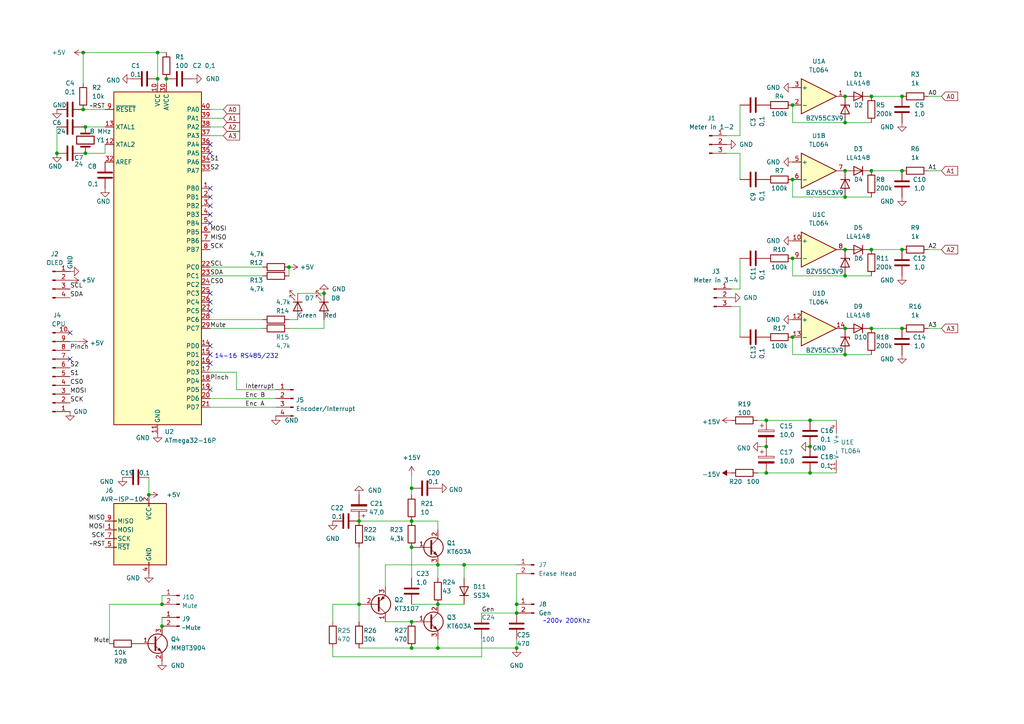
<source format=kicad_sch>
(kicad_sch (version 20211123) (generator eeschema)
  (paper "A4")
  (lib_symbols
    (symbol "Amplifier_Operational:TL064" (pin_names (offset 0.127))
      (property "Reference" "U" (at 0 5.08 0))
      (property "Value" "TL064" (at 0 -5.08 0))
      (symbol "TL064_1_1"
        (pin output line (at 7.62 0 180) (length 2.54) (name "~") (number "1"))
        (pin input line (at -7.62 -2.54 0) (length 2.54) (name "-") (number "2"))
        (pin input line (at -7.62 2.54 0) (length 2.54) (name "+") (number "3"))
      )
      (symbol "TL064_2_1"
        (pin input line (at -7.62 2.54 0) (length 2.54) (name "+") (number "5"))
        (pin input line (at -7.62 -2.54 0) (length 2.54) (name "-") (number "6"))
        (pin output line (at 7.62 0 180) (length 2.54) (name "~") (number "7"))
      )
      (symbol "TL064_3_1"
        (pin input line (at -7.62 2.54 0) (length 2.54) (name "+") (number "10"))
        (pin output line (at 7.62 0 180) (length 2.54) (name "~") (number "8"))
        (pin input line (at -7.62 -2.54 0) (length 2.54) (name "-") (number "9"))
      )
      (symbol "TL064_4_1"
        (pin input line (at -7.62 2.54 0) (length 2.54) (name "+") (number "12"))
        (pin input line (at -7.62 -2.54 0) (length 2.54) (name "-") (number "13"))
        (pin output line (at 7.62 0 180) (length 2.54) (name "~") (number "14"))
      )
      (symbol "TL064_5_1"
        (pin power_in line (at -2.54 -7.62 90) (length 3.81) (name "V-") (number "11"))
        (pin power_in line (at -2.54 7.62 270) (length 3.81) (name "V+") (number "4"))
      )
    )
    (symbol "Connector:AVR-ISP-10" (pin_names (offset 1.016))
      (property "Reference" "J" (at -6.35 11.43 0))
      (property "Value" "AVR-ISP-10" (at 0 11.43 0))
      (symbol "AVR-ISP-10_1_1"
        (pin passive line (at 10.16 2.54 180) (length 2.54) (name "MOSI") (number "1"))
        (pin passive line (at -2.54 -10.16 90) (length 2.54) hide (name "GND") (number "10"))
        (pin passive line (at -2.54 12.7 270) (length 2.54) (name "VCC") (number "2"))
        (pin no_connect line (at 7.62 -5.08 180) (length 2.54) hide (name "NC") (number "3"))
        (pin passive line (at -2.54 -10.16 90) (length 2.54) (name "GND") (number "4"))
        (pin passive line (at 10.16 -2.54 180) (length 2.54) (name "~{RST}") (number "5"))
        (pin passive line (at -2.54 -10.16 90) (length 2.54) hide (name "GND") (number "6"))
        (pin passive line (at 10.16 0 180) (length 2.54) (name "SCK") (number "7"))
        (pin passive line (at -2.54 -10.16 90) (length 2.54) hide (name "GND") (number "8"))
        (pin passive line (at 10.16 5.08 180) (length 2.54) (name "MISO") (number "9"))
      )
    )
    (symbol "Connector:Conn_01x02_Male" (pin_names (offset 1.016) hide)
      (property "Reference" "J" (at 0 2.54 0))
      (property "Value" "Conn_01x02_Male" (at 0 -5.08 0))
      (symbol "Conn_01x02_Male_1_1"
        (pin passive line (at 5.08 0 180) (length 3.81) (name "Pin_1") (number "1"))
        (pin passive line (at 5.08 -2.54 180) (length 3.81) (name "Pin_2") (number "2"))
      )
    )
    (symbol "Connector:Conn_01x03_Male" (pin_names (offset 1.016) hide)
      (property "Reference" "J" (at 0 5.08 0))
      (property "Value" "Conn_01x03_Male" (at 0 -5.08 0))
      (symbol "Conn_01x03_Male_1_1"
        (pin passive line (at 5.08 2.54 180) (length 3.81) (name "Pin_1") (number "1"))
        (pin passive line (at 5.08 0 180) (length 3.81) (name "Pin_2") (number "2"))
        (pin passive line (at 5.08 -2.54 180) (length 3.81) (name "Pin_3") (number "3"))
      )
    )
    (symbol "Connector:Conn_01x04_Male" (pin_names (offset 1.016) hide)
      (property "Reference" "J" (at 0 5.08 0))
      (property "Value" "Conn_01x04_Male" (at 0 -7.62 0))
      (symbol "Conn_01x04_Male_1_1"
        (pin passive line (at 5.08 2.54 180) (length 3.81) (name "Pin_1") (number "1"))
        (pin passive line (at 5.08 0 180) (length 3.81) (name "Pin_2") (number "2"))
        (pin passive line (at 5.08 -2.54 180) (length 3.81) (name "Pin_3") (number "3"))
        (pin passive line (at 5.08 -5.08 180) (length 3.81) (name "Pin_4") (number "4"))
      )
    )
    (symbol "Connector:Conn_01x10_Male" (pin_names (offset 1.016) hide)
      (property "Reference" "J" (at 0 12.7 0))
      (property "Value" "Conn_01x10_Male" (at 0 -15.24 0))
      (symbol "Conn_01x10_Male_1_1"
        (pin passive line (at 5.08 10.16 180) (length 3.81) (name "Pin_1") (number "1"))
        (pin passive line (at 5.08 -12.7 180) (length 3.81) (name "Pin_10") (number "10"))
        (pin passive line (at 5.08 7.62 180) (length 3.81) (name "Pin_2") (number "2"))
        (pin passive line (at 5.08 5.08 180) (length 3.81) (name "Pin_3") (number "3"))
        (pin passive line (at 5.08 2.54 180) (length 3.81) (name "Pin_4") (number "4"))
        (pin passive line (at 5.08 0 180) (length 3.81) (name "Pin_5") (number "5"))
        (pin passive line (at 5.08 -2.54 180) (length 3.81) (name "Pin_6") (number "6"))
        (pin passive line (at 5.08 -5.08 180) (length 3.81) (name "Pin_7") (number "7"))
        (pin passive line (at 5.08 -7.62 180) (length 3.81) (name "Pin_8") (number "8"))
        (pin passive line (at 5.08 -10.16 180) (length 3.81) (name "Pin_9") (number "9"))
      )
    )
    (symbol "Device:C" (pin_numbers hide) (pin_names (offset 0.254))
      (property "Reference" "C" (at 0.635 2.54 0))
      (property "Value" "C" (at 0.635 -2.54 0))
      (symbol "C_1_1"
        (pin passive line (at 0 3.81 270) (length 2.794) (name "~") (number "1"))
        (pin passive line (at 0 -3.81 90) (length 2.794) (name "~") (number "2"))
      )
    )
    (symbol "Device:C_Polarized" (pin_numbers hide) (pin_names (offset 0.254))
      (property "Reference" "C" (at 0.635 2.54 0))
      (property "Value" "C_Polarized" (at 0.635 -2.54 0))
      (symbol "C_Polarized_1_1"
        (pin passive line (at 0 3.81 270) (length 2.794) (name "~") (number "1"))
        (pin passive line (at 0 -3.81 90) (length 2.794) (name "~") (number "2"))
      )
    )
    (symbol "Device:Crystal" (pin_numbers hide) (pin_names (offset 1.016) hide)
      (property "Reference" "Y" (at 0 3.81 0))
      (property "Value" "Crystal" (at 0 -3.81 0))
      (symbol "Crystal_1_1"
        (pin passive line (at -3.81 0 0) (length 1.27) (name "1") (number "1"))
        (pin passive line (at 3.81 0 180) (length 1.27) (name "2") (number "2"))
      )
    )
    (symbol "Device:D" (pin_numbers hide) (pin_names (offset 1.016) hide)
      (property "Reference" "D" (at 0 2.54 0))
      (property "Value" "D" (at 0 -2.54 0))
      (symbol "D_1_1"
        (pin passive line (at -3.81 0 0) (length 2.54) (name "K") (number "1"))
        (pin passive line (at 3.81 0 180) (length 2.54) (name "A") (number "2"))
      )
    )
    (symbol "Device:LED" (pin_numbers hide) (pin_names (offset 1.016) hide)
      (property "Reference" "D" (at 0 2.54 0))
      (property "Value" "LED" (at 0 -2.54 0))
      (symbol "LED_1_1"
        (pin passive line (at -3.81 0 0) (length 2.54) (name "K") (number "1"))
        (pin passive line (at 3.81 0 180) (length 2.54) (name "A") (number "2"))
      )
    )
    (symbol "Device:Q_NPN_BCE" (pin_names (offset 0) hide)
      (property "Reference" "Q" (at 5.08 1.27 0))
      (property "Value" "Q_NPN_BCE" (at 5.08 -1.27 0))
      (symbol "Q_NPN_BCE_1_1"
        (pin input line (at -5.08 0 0) (length 5.715) (name "B") (number "1"))
        (pin passive line (at 2.54 5.08 270) (length 2.54) (name "C") (number "2"))
        (pin passive line (at 2.54 -5.08 90) (length 2.54) (name "E") (number "3"))
      )
    )
    (symbol "Device:Q_PNP_CBE" (pin_names (offset 0) hide)
      (property "Reference" "Q" (at 5.08 1.27 0))
      (property "Value" "Q_PNP_CBE" (at 5.08 -1.27 0))
      (symbol "Q_PNP_CBE_1_1"
        (pin passive line (at 2.54 5.08 270) (length 2.54) (name "C") (number "1"))
        (pin input line (at -5.08 0 0) (length 5.715) (name "B") (number "2"))
        (pin passive line (at 2.54 -5.08 90) (length 2.54) (name "E") (number "3"))
      )
    )
    (symbol "Device:R" (pin_numbers hide) (pin_names (offset 0))
      (property "Reference" "R" (at 2.032 0 90))
      (property "Value" "R" (at 0 0 90))
      (symbol "R_1_1"
        (pin passive line (at 0 3.81 270) (length 1.27) (name "~") (number "1"))
        (pin passive line (at 0 -3.81 90) (length 1.27) (name "~") (number "2"))
      )
    )
    (symbol "Diode:BZV55C3V9" (pin_numbers hide) (pin_names hide)
      (property "Reference" "D" (at 0 2.54 0))
      (property "Value" "BZV55C3V9" (at 0 -2.54 0))
      (symbol "BZV55C3V9_1_1"
        (pin passive line (at -3.81 0 0) (length 2.54) (name "K") (number "1"))
        (pin passive line (at 3.81 0 180) (length 2.54) (name "A") (number "2"))
      )
    )
    (symbol "Diode:LL4148" (pin_numbers hide) (pin_names hide)
      (property "Reference" "D" (at 0 2.54 0))
      (property "Value" "LL4148" (at 0 -2.54 0))
      (symbol "LL4148_1_1"
        (pin passive line (at -3.81 0 0) (length 2.54) (name "K") (number "1"))
        (pin passive line (at 3.81 0 180) (length 2.54) (name "A") (number "2"))
      )
    )
    (symbol "MCU_Microchip_ATmega:ATmega32-16P"
      (property "Reference" "U" (at -12.7 49.53 0))
      (property "Value" "ATmega32-16P" (at 2.54 -49.53 0))
      (symbol "ATmega32-16P_1_1"
        (pin bidirectional line (at 15.24 20.32 180) (length 2.54) (name "PB0") (number "1"))
        (pin power_in line (at 0 50.8 270) (length 2.54) (name "VCC") (number "10"))
        (pin power_in line (at 0 -50.8 90) (length 2.54) (name "GND") (number "11"))
        (pin output line (at -15.24 33.02 0) (length 2.54) (name "XTAL2") (number "12"))
        (pin input line (at -15.24 38.1 0) (length 2.54) (name "XTAL1") (number "13"))
        (pin bidirectional line (at 15.24 -25.4 180) (length 2.54) (name "PD0") (number "14"))
        (pin bidirectional line (at 15.24 -27.94 180) (length 2.54) (name "PD1") (number "15"))
        (pin bidirectional line (at 15.24 -30.48 180) (length 2.54) (name "PD2") (number "16"))
        (pin bidirectional line (at 15.24 -33.02 180) (length 2.54) (name "PD3") (number "17"))
        (pin bidirectional line (at 15.24 -35.56 180) (length 2.54) (name "PD4") (number "18"))
        (pin bidirectional line (at 15.24 -38.1 180) (length 2.54) (name "PD5") (number "19"))
        (pin bidirectional line (at 15.24 17.78 180) (length 2.54) (name "PB1") (number "2"))
        (pin bidirectional line (at 15.24 -40.64 180) (length 2.54) (name "PD6") (number "20"))
        (pin bidirectional line (at 15.24 -43.18 180) (length 2.54) (name "PD7") (number "21"))
        (pin bidirectional line (at 15.24 -2.54 180) (length 2.54) (name "PC0") (number "22"))
        (pin bidirectional line (at 15.24 -5.08 180) (length 2.54) (name "PC1") (number "23"))
        (pin bidirectional line (at 15.24 -7.62 180) (length 2.54) (name "PC2") (number "24"))
        (pin bidirectional line (at 15.24 -10.16 180) (length 2.54) (name "PC3") (number "25"))
        (pin bidirectional line (at 15.24 -12.7 180) (length 2.54) (name "PC4") (number "26"))
        (pin bidirectional line (at 15.24 -15.24 180) (length 2.54) (name "PC5") (number "27"))
        (pin bidirectional line (at 15.24 -17.78 180) (length 2.54) (name "PC6") (number "28"))
        (pin bidirectional line (at 15.24 -20.32 180) (length 2.54) (name "PC7") (number "29"))
        (pin bidirectional line (at 15.24 15.24 180) (length 2.54) (name "PB2") (number "3"))
        (pin power_in line (at 2.54 50.8 270) (length 2.54) (name "AVCC") (number "30"))
        (pin passive line (at 0 -50.8 90) (length 2.54) hide (name "GND") (number "31"))
        (pin passive line (at -15.24 27.94 0) (length 2.54) (name "AREF") (number "32"))
        (pin bidirectional line (at 15.24 25.4 180) (length 2.54) (name "PA7") (number "33"))
        (pin bidirectional line (at 15.24 27.94 180) (length 2.54) (name "PA6") (number "34"))
        (pin bidirectional line (at 15.24 30.48 180) (length 2.54) (name "PA5") (number "35"))
        (pin bidirectional line (at 15.24 33.02 180) (length 2.54) (name "PA4") (number "36"))
        (pin bidirectional line (at 15.24 35.56 180) (length 2.54) (name "PA3") (number "37"))
        (pin bidirectional line (at 15.24 38.1 180) (length 2.54) (name "PA2") (number "38"))
        (pin bidirectional line (at 15.24 40.64 180) (length 2.54) (name "PA1") (number "39"))
        (pin bidirectional line (at 15.24 12.7 180) (length 2.54) (name "PB3") (number "4"))
        (pin bidirectional line (at 15.24 43.18 180) (length 2.54) (name "PA0") (number "40"))
        (pin bidirectional line (at 15.24 10.16 180) (length 2.54) (name "PB4") (number "5"))
        (pin bidirectional line (at 15.24 7.62 180) (length 2.54) (name "PB5") (number "6"))
        (pin bidirectional line (at 15.24 5.08 180) (length 2.54) (name "PB6") (number "7"))
        (pin bidirectional line (at 15.24 2.54 180) (length 2.54) (name "PB7") (number "8"))
        (pin input line (at -15.24 43.18 0) (length 2.54) (name "~{RESET}") (number "9"))
      )
    )
    (symbol "Transistor_BJT:MMBT3904" (pin_names (offset 0) hide)
      (property "Reference" "Q" (at 5.08 1.905 0))
      (property "Value" "MMBT3904" (at 5.08 0 0))
      (symbol "MMBT3904_1_1"
        (pin input line (at -5.08 0 0) (length 5.715) (name "B") (number "1"))
        (pin passive line (at 2.54 -5.08 90) (length 2.54) (name "E") (number "2"))
        (pin passive line (at 2.54 5.08 270) (length 2.54) (name "C") (number "3"))
      )
    )
    (symbol "power:+15V" (power) (pin_names (offset 0))
      (property "Value" "+15V" (at 0 3.556 0))
      (symbol "+15V_1_1"
        (pin power_in line (at 0 0 90) (length 0) hide (name "+15V") (number "1"))
      )
    )
    (symbol "power:+5V" (power) (pin_names (offset 0))
      (property "Value" "+5V" (at 0 3.556 0))
      (symbol "+5V_1_1"
        (pin power_in line (at 0 0 90) (length 0) hide (name "+5V") (number "1"))
      )
    )
    (symbol "power:-15V" (power) (pin_names (offset 0))
      (property "Value" "-15V" (at 0 3.81 0))
      (symbol "-15V_0_0"
        (pin power_in line (at 0 0 90) (length 0) hide (name "-15V") (number "1"))
      )
    )
    (symbol "power:GND" (power) (pin_names (offset 0))
      (property "Value" "GND" (at 0 -3.81 0))
      (symbol "GND_1_1"
        (pin power_in line (at 0 0 270) (length 0) hide (name "GND") (number "1"))
      )
    )
  )
  (junction (at 119.38 158.75))
  (junction (at 252.73 27.94))
  (junction (at 43.18 143.51))
  (junction (at 83.82 77.47))
  (junction (at 93.98 85.09))
  (junction (at 149.86 177.8))
  (junction (at 245.11 95.25))
  (junction (at 149.86 175.26))
  (junction (at 245.11 80.01))
  (junction (at 222.25 129.54))
  (junction (at 24.13 31.75))
  (junction (at 234.95 129.54))
  (junction (at 245.11 102.87))
  (junction (at 229.87 52.07))
  (junction (at 252.73 95.25))
  (junction (at 222.25 121.92))
  (junction (at 24.13 15.24))
  (junction (at 127 163.83))
  (junction (at 45.72 15.24))
  (junction (at 261.62 49.53))
  (junction (at 229.87 97.79))
  (junction (at 127 187.96))
  (junction (at 104.14 151.13))
  (junction (at 45.72 22.86))
  (junction (at 119.38 141.605))
  (junction (at 261.62 27.94))
  (junction (at 245.11 49.53))
  (junction (at 119.38 187.96))
  (junction (at 261.62 72.39))
  (junction (at 119.38 180.34))
  (junction (at 119.38 151.13))
  (junction (at 46.99 175.26))
  (junction (at 24.765 44.45))
  (junction (at 234.95 137.16))
  (junction (at 245.11 72.39))
  (junction (at 134.62 163.83))
  (junction (at 245.11 27.94))
  (junction (at 261.62 95.25))
  (junction (at 245.11 57.15))
  (junction (at 16.51 44.45))
  (junction (at 24.765 36.83))
  (junction (at 222.25 137.16))
  (junction (at 127 175.26))
  (junction (at 149.86 187.96))
  (junction (at 234.95 121.92))
  (junction (at 229.87 74.93))
  (junction (at 252.73 49.53))
  (junction (at 46.99 181.61))
  (junction (at 104.14 175.26))
  (junction (at 252.73 72.39))
  (junction (at 245.11 35.56))
  (junction (at 229.87 30.48))
  (junction (at 48.26 22.86))
  (no_connect (at 60.96 102.87))
  (no_connect (at 60.96 59.69))
  (no_connect (at 60.96 41.91))
  (no_connect (at 60.96 62.23))
  (no_connect (at 20.32 104.14))
  (no_connect (at 60.96 57.15))
  (no_connect (at 60.96 90.17))
  (no_connect (at 20.32 96.52))
  (no_connect (at 60.96 113.03))
  (no_connect (at 60.96 100.33))
  (no_connect (at 60.96 87.63))
  (no_connect (at 60.96 54.61))
  (no_connect (at 60.96 105.41))
  (no_connect (at 60.96 44.45))
  (no_connect (at 60.96 85.09))
  (no_connect (at 60.96 64.77))
  (wire (pts (xy 60.96 77.47) (xy 76.2 77.47)))
  (wire (pts (xy 127 153.67) (xy 127 151.13)))
  (wire (pts (xy 127 187.96) (xy 119.38 187.96)))
  (wire (pts (xy 96.52 190.5) (xy 139.7 190.5)))
  (wire (pts (xy 149.86 166.37) (xy 149.86 175.26)))
  (wire (pts (xy 245.11 80.01) (xy 252.73 80.01)))
  (wire (pts (xy 273.05 27.94) (xy 269.24 27.94)))
  (wire (pts (xy 60.96 115.57) (xy 80.01 115.57)))
  (wire (pts (xy 214.63 88.9) (xy 212.09 88.9)))
  (wire (pts (xy 134.62 163.83) (xy 127 163.83)))
  (wire (pts (xy 214.63 83.82) (xy 212.09 83.82)))
  (wire (pts (xy 45.72 15.24) (xy 48.26 15.24)))
  (wire (pts (xy 83.82 77.47) (xy 83.82 80.01)))
  (wire (pts (xy 220.98 129.54) (xy 222.25 129.54)))
  (wire (pts (xy 111.76 180.34) (xy 119.38 180.34)))
  (wire (pts (xy 214.63 97.79) (xy 214.63 88.9)))
  (wire (pts (xy 111.76 170.18) (xy 111.76 163.83)))
  (wire (pts (xy 46.99 172.72) (xy 46.99 175.26)))
  (wire (pts (xy 229.87 80.01) (xy 245.11 80.01)))
  (wire (pts (xy 245.11 102.87) (xy 252.73 102.87)))
  (wire (pts (xy 60.96 39.37) (xy 64.77 39.37)))
  (wire (pts (xy 60.96 118.11) (xy 80.01 118.11)))
  (wire (pts (xy 139.7 177.8) (xy 149.86 177.8)))
  (wire (pts (xy 96.52 187.96) (xy 96.52 190.5)))
  (wire (pts (xy 24.13 31.75) (xy 30.48 31.75)))
  (wire (pts (xy 245.11 57.15) (xy 252.73 57.15)))
  (wire (pts (xy 104.14 151.13) (xy 119.38 151.13)))
  (wire (pts (xy 219.71 121.92) (xy 222.25 121.92)))
  (wire (pts (xy 48.26 22.86) (xy 48.26 24.13)))
  (wire (pts (xy 219.71 137.16) (xy 222.25 137.16)))
  (wire (pts (xy 86.36 85.09) (xy 93.98 85.09)))
  (wire (pts (xy 252.73 27.94) (xy 261.62 27.94)))
  (wire (pts (xy 210.82 39.37) (xy 214.63 39.37)))
  (wire (pts (xy 149.86 187.96) (xy 127 187.96)))
  (wire (pts (xy 119.38 137.795) (xy 119.38 141.605)))
  (wire (pts (xy 31.75 175.26) (xy 31.75 186.69)))
  (wire (pts (xy 24.13 36.83) (xy 24.765 36.83)))
  (wire (pts (xy 68.58 113.03) (xy 80.01 113.03)))
  (wire (pts (xy 234.95 137.16) (xy 242.57 137.16)))
  (wire (pts (xy 273.05 49.53) (xy 269.24 49.53)))
  (wire (pts (xy 30.48 41.91) (xy 30.48 44.45)))
  (wire (pts (xy 273.05 72.39) (xy 269.24 72.39)))
  (wire (pts (xy 24.13 24.13) (xy 24.13 15.24)))
  (wire (pts (xy 229.87 57.15) (xy 229.87 52.07)))
  (wire (pts (xy 60.96 107.95) (xy 68.58 107.95)))
  (wire (pts (xy 252.73 72.39) (xy 261.62 72.39)))
  (wire (pts (xy 245.11 35.56) (xy 252.73 35.56)))
  (wire (pts (xy 229.87 35.56) (xy 229.87 30.48)))
  (wire (pts (xy 96.52 175.26) (xy 104.14 175.26)))
  (wire (pts (xy 83.82 92.71) (xy 86.36 92.71)))
  (wire (pts (xy 229.87 102.87) (xy 245.11 102.87)))
  (wire (pts (xy 134.62 163.83) (xy 149.86 163.83)))
  (wire (pts (xy 222.25 137.16) (xy 234.95 137.16)))
  (wire (pts (xy 229.87 35.56) (xy 245.11 35.56)))
  (wire (pts (xy 22.86 99.06) (xy 20.32 99.06)))
  (wire (pts (xy 46.99 179.07) (xy 46.99 181.61)))
  (wire (pts (xy 273.05 95.25) (xy 269.24 95.25)))
  (wire (pts (xy 214.63 44.45) (xy 214.63 52.07)))
  (wire (pts (xy 119.38 141.605) (xy 119.38 143.51)))
  (wire (pts (xy 214.63 39.37) (xy 214.63 30.48)))
  (wire (pts (xy 93.98 95.25) (xy 93.98 92.71)))
  (wire (pts (xy 30.48 44.45) (xy 24.765 44.45)))
  (wire (pts (xy 149.86 175.26) (xy 149.86 177.8)))
  (wire (pts (xy 24.13 15.24) (xy 45.72 15.24)))
  (wire (pts (xy 104.14 158.75) (xy 104.14 175.26)))
  (wire (pts (xy 60.96 34.29) (xy 64.77 34.29)))
  (wire (pts (xy 210.82 44.45) (xy 214.63 44.45)))
  (wire (pts (xy 96.52 180.34) (xy 96.52 175.26)))
  (wire (pts (xy 127 163.83) (xy 127 167.64)))
  (wire (pts (xy 104.14 187.96) (xy 119.38 187.96)))
  (wire (pts (xy 234.95 121.92) (xy 242.57 121.92)))
  (wire (pts (xy 252.73 95.25) (xy 261.62 95.25)))
  (wire (pts (xy 60.96 95.25) (xy 76.2 95.25)))
  (wire (pts (xy 134.62 167.64) (xy 134.62 163.83)))
  (wire (pts (xy 46.99 175.26) (xy 31.75 175.26)))
  (wire (pts (xy 24.765 36.83) (xy 30.48 36.83)))
  (wire (pts (xy 229.87 57.15) (xy 245.11 57.15)))
  (wire (pts (xy 252.73 49.53) (xy 261.62 49.53)))
  (wire (pts (xy 214.63 74.93) (xy 214.63 83.82)))
  (wire (pts (xy 64.77 31.75) (xy 60.96 31.75)))
  (wire (pts (xy 60.96 92.71) (xy 76.2 92.71)))
  (wire (pts (xy 111.76 163.83) (xy 127 163.83)))
  (wire (pts (xy 229.87 102.87) (xy 229.87 97.79)))
  (wire (pts (xy 83.82 95.25) (xy 93.98 95.25)))
  (wire (pts (xy 127 185.42) (xy 127 187.96)))
  (wire (pts (xy 60.96 80.01) (xy 76.2 80.01)))
  (wire (pts (xy 43.18 138.43) (xy 43.18 143.51)))
  (wire (pts (xy 104.14 175.26) (xy 104.14 180.34)))
  (wire (pts (xy 24.13 44.45) (xy 24.765 44.45)))
  (wire (pts (xy 119.38 158.75) (xy 119.38 167.64)))
  (wire (pts (xy 149.86 185.42) (xy 149.86 187.96)))
  (wire (pts (xy 45.72 22.86) (xy 45.72 24.13)))
  (wire (pts (xy 45.72 22.86) (xy 45.72 15.24)))
  (wire (pts (xy 119.38 175.26) (xy 127 175.26)))
  (wire (pts (xy 127 151.13) (xy 119.38 151.13)))
  (wire (pts (xy 229.87 80.01) (xy 229.87 74.93)))
  (wire (pts (xy 16.51 36.83) (xy 16.51 44.45)))
  (wire (pts (xy 127 175.26) (xy 134.62 175.26)))
  (wire (pts (xy 222.25 121.92) (xy 234.95 121.92)))
  (wire (pts (xy 60.96 36.83) (xy 64.77 36.83)))
  (wire (pts (xy 139.7 190.5) (xy 139.7 185.42)))
  (wire (pts (xy 68.58 107.95) (xy 68.58 113.03)))
  (text "14-16 RS485/232" (at 62.23 104.14 0) (effects (font (size 1.27 1.27)) (justify left bottom)))
  (text "~200v 200Khz" (at 157.48 180.975 0) (effects (font (size 1.27 1.27)) (justify left bottom)))
  (label "CS0" (at 60.96 82.55 0))
  (label "MISO" (at 30.48 151.13 180))
  (label "A1" (at 269.24 49.53 0))
  (label "~RST" (at 30.48 31.75 180))
  (label "MOSI" (at 30.48 153.67 180))
  (label "Enc B" (at 71.12 115.57 0))
  (label "A2" (at 269.24 72.39 0))
  (label "SDA" (at 20.32 86.36 0))
  (label "SCL" (at 60.96 77.47 0))
  (label "Gen" (at 139.7 177.8 0))
  (label "SCL" (at 20.32 83.82 0))
  (label "CS0" (at 20.32 111.76 0))
  (label "S2" (at 20.32 106.68 0))
  (label "S1" (at 20.32 109.22 0))
  (label "MOSI" (at 60.96 67.31 0))
  (label "SDA" (at 60.96 80.01 0))
  (label "SCK" (at 60.96 72.39 0))
  (label "Pinch" (at 60.96 110.49 0))
  (label "Mute" (at 60.96 95.25 0))
  (label "S1" (at 60.96 46.99 0))
  (label "SCK" (at 20.32 116.84 0))
  (label "MISO" (at 60.96 69.85 0))
  (label "Pinch" (at 20.32 101.6 0))
  (label "MOSI" (at 20.32 114.3 0))
  (label "Interrupt" (at 71.12 113.03 0))
  (label "SCK" (at 30.48 156.21 180))
  (label "A0" (at 269.24 27.94 0))
  (label "A3" (at 269.24 95.25 0))
  (label "~RST" (at 30.48 158.75 180))
  (label "Mute" (at 31.75 186.69 180))
  (label "Enc A" (at 71.12 118.11 0))
  (label "S2" (at 60.96 49.53 0))
  (global_label "A0" (shape input) (at 273.05 27.94 0) (property "Intersheet References" "${INTERSHEET_REFS}" (effects hide)))
  (global_label "A1" (shape input) (at 273.05 49.53 0) (property "Intersheet References" "${INTERSHEET_REFS}" (effects hide)))
  (global_label "A2" (shape input) (at 273.05 72.39 0) (property "Intersheet References" "${INTERSHEET_REFS}" (effects hide)))
  (global_label "A0" (shape input) (at 64.77 31.75 0) (property "Intersheet References" "${INTERSHEET_REFS}" (effects hide)))
  (global_label "A3" (shape input) (at 273.05 95.25 0) (property "Intersheet References" "${INTERSHEET_REFS}" (effects hide)))
  (global_label "A2" (shape input) (at 64.77 36.83 0) (property "Intersheet References" "${INTERSHEET_REFS}" (effects hide)))
  (global_label "A3" (shape input) (at 64.77 39.37 0) (property "Intersheet References" "${INTERSHEET_REFS}" (effects hide)))
  (global_label "A1" (shape input) (at 64.77 34.29 0) (property "Intersheet References" "${INTERSHEET_REFS}" (effects hide)))
  (symbol (lib_id "Device:R") (at 35.56 186.69 90) (unit 1)
    (property "Reference" "R28" (at 33.02 191.77 90) (effects (justify right)))
    (property "Value" "10k" (at 33.02 189.23 90) (effects (justify right)))
    (property "Footprint" "Resistor_SMD:R_1206_3216Metric_Pad1.30x1.75mm_HandSolder" (effects hide))
  )
  (symbol (lib_id "Device:R") (at 119.38 184.15 180) (unit 1)
    (property "Reference" "R27" (at 114.3 182.88 0) (effects (justify right)))
    (property "Value" "470" (at 114.3 185.42 0) (effects (justify right)))
    (property "Footprint" "Resistor_SMD:R_1206_3216Metric_Pad1.30x1.75mm_HandSolder" (effects hide))
  )
  (symbol (lib_id "power:GND") (at 210.82 41.91 90) (unit 1)
    (property "Reference" "#PWR07" (effects hide))
    (property "Value" "GND" (at 218.44 41.91 90) (effects (justify left)))
  )
  (symbol (lib_id "power:+15V") (at 119.38 137.795 0) (unit 1)
    (property "Reference" "#PWR029" (effects hide))
    (property "Value" "+15V" (at 119.38 132.715 0))
  )
  (symbol (lib_id "Device:C") (at 149.86 181.61 180) (unit 1)
    (property "Reference" "C25" (at 149.86 184.15 0) (effects (justify right)))
    (property "Value" "470" (at 149.86 186.69 0) (effects (justify right)))
    (property "Footprint" "Capacitor_THT:C_Disc_D5.0mm_W2.5mm_P2.50mm" (effects hide))
  )
  (symbol (lib_id "Device:LED") (at 93.98 88.9 270) (unit 1)
    (property "Reference" "D8" (at 96.012 86.4778 90) (effects (justify left)))
    (property "Value" "Red" (at 93.98 91.44 90) (effects (justify left)))
    (property "Footprint" "LED_SMD:LED_1206_3216Metric_Pad1.42x1.75mm_HandSolder" (effects hide))
  )
  (symbol (lib_id "Device:R") (at 226.06 74.93 90) (unit 1)
    (property "Reference" "R10" (at 226.06 72.39 90))
    (property "Value" "100k" (at 226.06 77.47 90))
    (property "Footprint" "Resistor_SMD:R_1206_3216Metric_Pad1.30x1.75mm_HandSolder" (effects hide))
  )
  (symbol (lib_id "power:GND") (at 229.87 69.85 270) (unit 1)
    (property "Reference" "#PWR012" (effects hide))
    (property "Value" "GND" (at 222.25 69.85 90) (effects (justify left)))
  )
  (symbol (lib_id "power:-15V") (at 212.09 137.16 90) (unit 1)
    (property "Reference" "#PWR028" (effects hide))
    (property "Value" "-15V" (at 208.915 137.5938 90) (effects (justify left)))
  )
  (symbol (lib_id "Transistor_BJT:MMBT3904") (at 44.45 186.69 0) (unit 1)
    (property "Reference" "Q4" (at 49.53 185.4199 0) (effects (justify left)))
    (property "Value" "MMBT3904" (at 49.53 187.9599 0) (effects (justify left)))
    (property "Footprint" "Package_TO_SOT_SMD:SOT-23" (effects hide))
    (property "Datasheet" "https://www.onsemi.com/pub/Collateral/2N3903-D.PDF" (effects hide))
  )
  (symbol (lib_id "Device:R") (at 252.73 99.06 180) (unit 1)
    (property "Reference" "R18" (at 254 97.79 0) (effects (justify right)))
    (property "Value" "200k" (at 254 100.33 0) (effects (justify right)))
    (property "Footprint" "Resistor_SMD:R_1206_3216Metric_Pad1.30x1.75mm_HandSolder" (effects hide))
  )
  (symbol (lib_id "power:GND") (at 234.95 129.54 270) (unit 1)
    (property "Reference" "#PWR027" (effects hide))
    (property "Value" "GND" (at 235.585 129.9738 90) (effects (justify left)))
  )
  (symbol (lib_id "Device:R") (at 119.38 154.94 180) (unit 1)
    (property "Reference" "R23" (at 113.03 153.67 0) (effects (justify right)))
    (property "Value" "4,3k" (at 113.03 156.21 0) (effects (justify right)))
    (property "Footprint" "Resistor_SMD:R_1206_3216Metric_Pad1.30x1.75mm_HandSolder" (effects hide))
  )
  (symbol (lib_id "Connector:AVR-ISP-10") (at 40.64 156.21 0) (mirror y) (unit 1)
    (property "Reference" "J6" (at 30.48 142.24 0) (effects (justify right)))
    (property "Value" "AVR-ISP-10" (at 29.21 144.78 0) (effects (justify right)))
    (property "Footprint" "Connector_PinHeader_2.54mm:PinHeader_2x05_P2.54mm_Vertical" (effects hide))
    (property "Datasheet" " ~" (effects hide))
  )
  (symbol (lib_id "Connector:Conn_01x02_Male") (at 52.07 172.72 0) (mirror y) (unit 1)
    (property "Reference" "J10" (at 52.7812 173.1553 0) (effects (justify right)))
    (property "Value" "Mute" (at 52.7812 175.6922 0) (effects (justify right)))
    (property "Footprint" "Connector_PinHeader_2.54mm:PinHeader_1x02_P2.54mm_Vertical" (effects hide))
  )
  (symbol (lib_id "Diode:LL4148") (at 248.92 72.39 180) (unit 1)
    (property "Reference" "D5" (at 248.92 66.04 0))
    (property "Value" "LL4148" (at 248.92 68.58 0))
    (property "Footprint" "Diode_SMD:D_MiniMELF" (effects hide))
    (property "Datasheet" "http://www.vishay.com/docs/85557/ll4148.pdf" (effects hide))
  )
  (symbol (lib_id "Device:C") (at 218.44 97.79 90) (unit 1)
    (property "Reference" "C13" (at 218.44 104.14 0) (effects (justify left)))
    (property "Value" "0,1" (at 220.98 104.14 0) (effects (justify left)))
    (property "Footprint" "Capacitor_SMD:C_1206_3216Metric_Pad1.33x1.80mm_HandSolder" (effects hide))
  )
  (symbol (lib_id "power:+5V") (at 24.13 15.24 90) (unit 1)
    (property "Reference" "#PWR01" (effects hide))
    (property "Value" "+5V" (at 19.05 15.24 90) (effects (justify left)))
  )
  (symbol (lib_id "Amplifier_Operational:TL064") (at 237.49 27.94 0) (unit 1)
    (property "Reference" "U1" (at 237.49 17.78 0))
    (property "Value" "TL064" (at 237.49 20.32 0))
    (property "Footprint" "Package_DIP:DIP-14_W7.62mm_Socket_LongPads" (effects hide))
    (property "Datasheet" "http://www.ti.com/lit/ds/symlink/tl061.pdf" (effects hide))
  )
  (symbol (lib_id "power:GND") (at 55.88 22.86 90) (unit 1)
    (property "Reference" "#PWR03" (effects hide))
    (property "Value" "GND" (at 59.69 22.8599 90) (effects (justify right)))
  )
  (symbol (lib_id "Device:R") (at 215.9 137.16 90) (unit 1)
    (property "Reference" "R20" (at 213.36 139.7 90))
    (property "Value" "100" (at 218.44 139.7 90))
    (property "Footprint" "Resistor_SMD:R_1206_3216Metric_Pad1.30x1.75mm_HandSolder" (effects hide))
  )
  (symbol (lib_id "Device:C") (at 39.37 138.43 90) (unit 1)
    (property "Reference" "C19" (at 36.83 137.16 90))
    (property "Value" "0,1" (at 41.91 137.16 90))
    (property "Footprint" "Capacitor_SMD:C_1206_3216Metric_Pad1.33x1.80mm_HandSolder" (effects hide))
  )
  (symbol (lib_id "Device:C") (at 261.62 53.34 180) (unit 1)
    (property "Reference" "C10" (at 266.7 52.07 0))
    (property "Value" "1,0" (at 266.7 54.61 0))
    (property "Footprint" "Capacitor_SMD:C_0805_2012Metric_Pad1.18x1.45mm_HandSolder" (effects hide))
  )
  (symbol (lib_id "Device:R") (at 265.43 49.53 270) (unit 1)
    (property "Reference" "R6" (at 265.43 43.18 90))
    (property "Value" "1k" (at 265.43 45.72 90))
    (property "Footprint" "Resistor_SMD:R_1206_3216Metric_Pad1.30x1.75mm_HandSolder" (effects hide))
  )
  (symbol (lib_id "Device:C_Polarized") (at 104.14 147.32 180) (unit 1)
    (property "Reference" "C21" (at 109.22 146.05 0))
    (property "Value" "47,0" (at 109.22 148.59 0))
    (property "Footprint" "Capacitor_THT:CP_Radial_D6.3mm_P2.50mm" (effects hide))
  )
  (symbol (lib_id "power:GND") (at 16.51 44.45 0) (unit 1)
    (property "Reference" "#PWR08" (effects hide))
    (property "Value" "GND" (at 13.97 48.26 0) (effects (justify left)))
  )
  (symbol (lib_id "Device:R") (at 127 171.45 180) (unit 1)
    (property "Reference" "R24" (at 128.27 168.91 0) (effects (justify right)))
    (property "Value" "43" (at 128.27 171.45 0) (effects (justify right)))
    (property "Footprint" "Resistor_THT:R_Axial_DIN0309_L9.0mm_D3.2mm_P2.54mm_Vertical" (effects hide))
  )
  (symbol (lib_id "power:GND") (at 261.62 57.15 0) (unit 1)
    (property "Reference" "#PWR011" (effects hide))
    (property "Value" "GND" (at 255.27 58.42 0) (effects (justify left)))
  )
  (symbol (lib_id "Diode:BZV55C3V9") (at 245.11 76.2 270) (unit 1)
    (property "Reference" "D6" (at 247.65 74.9299 90) (effects (justify left)))
    (property "Value" "BZV55C3V9" (at 233.68 78.74 90) (effects (justify left)))
    (property "Footprint" "Diode_SMD:D_MiniMELF" (effects hide))
    (property "Datasheet" "https://assets.nexperia.com/documents/data-sheet/BZV55_SER.pdf" (effects hide))
  )
  (symbol (lib_id "Diode:BZV55C3V9") (at 245.11 99.06 270) (unit 1)
    (property "Reference" "D10" (at 247.65 97.7899 90) (effects (justify left)))
    (property "Value" "BZV55C3V9" (at 233.68 101.6 90) (effects (justify left)))
    (property "Footprint" "Diode_SMD:D_MiniMELF" (effects hide))
    (property "Datasheet" "https://assets.nexperia.com/documents/data-sheet/BZV55_SER.pdf" (effects hide))
  )
  (symbol (lib_id "Device:C") (at 261.62 99.06 180) (unit 1)
    (property "Reference" "C14" (at 266.7 97.79 0))
    (property "Value" "1,0" (at 266.7 100.33 0))
    (property "Footprint" "Capacitor_SMD:C_0805_2012Metric_Pad1.18x1.45mm_HandSolder" (effects hide))
  )
  (symbol (lib_id "Device:R") (at 226.06 30.48 90) (unit 1)
    (property "Reference" "R4" (at 226.06 27.94 90))
    (property "Value" "100k" (at 226.06 33.02 90))
    (property "Footprint" "Resistor_SMD:R_1206_3216Metric_Pad1.30x1.75mm_HandSolder" (effects hide))
  )
  (symbol (lib_id "power:GND") (at 149.86 187.96 0) (unit 1)
    (property "Reference" "#PWR036" (effects hide))
    (property "Value" "GND" (at 149.86 193.04 0))
  )
  (symbol (lib_id "Device:R") (at 80.01 80.01 90) (unit 1)
    (property "Reference" "R13" (at 72.39 81.28 90) (effects (justify right)))
    (property "Value" "4,7k" (at 72.39 83.82 90) (effects (justify right)))
    (property "Footprint" "Resistor_SMD:R_1206_3216Metric_Pad1.30x1.75mm_HandSolder" (effects hide))
  )
  (symbol (lib_id "Device:C") (at 119.38 171.45 180) (unit 1)
    (property "Reference" "C23" (at 120.65 166.37 0) (effects (justify right)))
    (property "Value" "1,0" (at 120.65 168.91 0) (effects (justify right)))
    (property "Footprint" "Capacitor_SMD:C_0805_2012Metric_Pad1.18x1.45mm_HandSolder" (effects hide))
  )
  (symbol (lib_id "Device:R") (at 104.14 154.94 180) (unit 1)
    (property "Reference" "R22" (at 105.41 153.67 0) (effects (justify right)))
    (property "Value" "30k" (at 105.41 156.21 0) (effects (justify right)))
    (property "Footprint" "Resistor_SMD:R_1206_3216Metric_Pad1.30x1.75mm_HandSolder" (effects hide))
  )
  (symbol (lib_id "Device:R") (at 24.13 27.94 180) (unit 1)
    (property "Reference" "R2" (at 26.67 25.4 0) (effects (justify right)))
    (property "Value" "10k" (at 26.67 27.94 0) (effects (justify right)))
    (property "Footprint" "Resistor_SMD:R_1206_3216Metric_Pad1.30x1.75mm_HandSolder" (effects hide))
  )
  (symbol (lib_id "Device:C_Polarized") (at 222.25 125.73 0) (unit 1)
    (property "Reference" "C15" (at 226.06 123.5709 0) (effects (justify left)))
    (property "Value" "10,0" (at 226.06 126.1109 0) (effects (justify left)))
    (property "Footprint" "Capacitor_SMD:C_0805_2012Metric_Pad1.18x1.45mm_HandSolder" (effects hide))
  )
  (symbol (lib_id "Device:R") (at 252.73 76.2 180) (unit 1)
    (property "Reference" "R11" (at 254 74.93 0) (effects (justify right)))
    (property "Value" "200k" (at 254 77.47 0) (effects (justify right)))
    (property "Footprint" "Resistor_SMD:R_1206_3216Metric_Pad1.30x1.75mm_HandSolder" (effects hide))
  )
  (symbol (lib_id "power:GND") (at 16.51 31.75 0) (unit 1)
    (property "Reference" "#PWR05" (effects hide))
    (property "Value" "GND" (at 15.24 30.48 0) (effects (justify left)))
  )
  (symbol (lib_id "Device:R") (at 252.73 31.75 180) (unit 1)
    (property "Reference" "R5" (at 254 30.48 0) (effects (justify right)))
    (property "Value" "200k" (at 254 33.02 0) (effects (justify right)))
    (property "Footprint" "Resistor_SMD:R_1206_3216Metric_Pad1.30x1.75mm_HandSolder" (effects hide))
  )
  (symbol (lib_id "Device:R") (at 48.26 19.05 180) (unit 1)
    (property "Reference" "R1" (at 50.8 16.51 0) (effects (justify right)))
    (property "Value" "100" (at 50.8 19.05 0) (effects (justify right)))
    (property "Footprint" "Resistor_SMD:R_1206_3216Metric_Pad1.30x1.75mm_HandSolder" (effects hide))
  )
  (symbol (lib_id "Device:Q_PNP_CBE") (at 109.22 175.26 0) (mirror x) (unit 1)
    (property "Reference" "Q2" (at 114.3 173.9899 0) (effects (justify left)))
    (property "Value" "KT3107" (at 114.3 176.5299 0) (effects (justify left)))
    (property "Footprint" "Package_TO_SOT_THT:TO-92" (effects hide))
  )
  (symbol (lib_id "Device:R") (at 226.06 97.79 90) (unit 1)
    (property "Reference" "R17" (at 226.06 95.25 90))
    (property "Value" "100k" (at 226.06 100.33 90))
    (property "Footprint" "Resistor_SMD:R_1206_3216Metric_Pad1.30x1.75mm_HandSolder" (effects hide))
  )
  (symbol (lib_id "Connector:Conn_01x04_Male") (at 85.09 115.57 0) (mirror y) (unit 1)
    (property "Reference" "J5" (at 85.8012 116.0053 0) (effects (justify right)))
    (property "Value" "Encoder/Interrupt" (at 85.8012 118.5422 0) (effects (justify right)))
    (property "Footprint" "Connector_PinHeader_2.54mm:PinHeader_1x04_P2.54mm_Horizontal" (effects hide))
  )
  (symbol (lib_id "Device:LED") (at 86.36 88.9 270) (unit 1)
    (property "Reference" "D7" (at 88.392 86.4778 90) (effects (justify left)))
    (property "Value" "Green" (at 86.36 91.44 90) (effects (justify left)))
    (property "Footprint" "LED_SMD:LED_1206_3216Metric_Pad1.42x1.75mm_HandSolder" (effects hide))
  )
  (symbol (lib_id "Device:Q_NPN_BCE") (at 124.46 180.34 0) (unit 1)
    (property "Reference" "Q3" (at 129.54 179.0699 0) (effects (justify left)))
    (property "Value" "KT603A" (at 129.54 181.6099 0) (effects (justify left)))
    (property "Footprint" "Package_TO_SOT_THT:TO-92_Wide" (effects hide))
  )
  (symbol (lib_id "Connector:Conn_01x02_Male") (at 154.94 175.26 0) (mirror y) (unit 1)
    (property "Reference" "J8" (at 156.21 175.2599 0) (effects (justify right)))
    (property "Value" "Gen" (at 156.21 177.7999 0) (effects (justify right)))
    (property "Footprint" "Connector_PinHeader_2.54mm:PinHeader_1x02_P2.54mm_Vertical" (effects hide))
  )
  (symbol (lib_id "Device:C") (at 139.7 181.61 180) (unit 1)
    (property "Reference" "C24" (at 139.7 179.07 0) (effects (justify right)))
    (property "Value" "100" (at 139.7 185.42 0) (effects (justify right)))
    (property "Footprint" "Capacitor_THT:C_Disc_D5.0mm_W2.5mm_P2.50mm" (effects hide))
  )
  (symbol (lib_id "Device:C") (at 218.44 30.48 90) (unit 1)
    (property "Reference" "C3" (at 218.44 36.83 0) (effects (justify left)))
    (property "Value" "0,1" (at 220.98 36.83 0) (effects (justify left)))
    (property "Footprint" "Capacitor_SMD:C_1206_3216Metric_Pad1.33x1.80mm_HandSolder" (effects hide))
  )
  (symbol (lib_id "power:GND") (at 261.62 80.01 0) (unit 1)
    (property "Reference" "#PWR015" (effects hide))
    (property "Value" "GND" (at 255.27 81.28 0) (effects (justify left)))
  )
  (symbol (lib_id "Device:C") (at 261.62 31.75 180) (unit 1)
    (property "Reference" "C5" (at 266.7 30.48 0))
    (property "Value" "1,0" (at 266.7 33.02 0))
    (property "Footprint" "Capacitor_SMD:C_0805_2012Metric_Pad1.18x1.45mm_HandSolder" (effects hide))
  )
  (symbol (lib_id "power:GND") (at 229.87 46.99 270) (unit 1)
    (property "Reference" "#PWR09" (effects hide))
    (property "Value" "GND" (at 222.25 46.99 90) (effects (justify left)))
  )
  (symbol (lib_id "Device:C_Polarized") (at 222.25 133.35 0) (unit 1)
    (property "Reference" "C17" (at 226.06 131.1909 0) (effects (justify left)))
    (property "Value" "10,0" (at 226.06 133.7309 0) (effects (justify left)))
    (property "Footprint" "Capacitor_SMD:C_0805_2012Metric_Pad1.18x1.45mm_HandSolder" (effects hide))
  )
  (symbol (lib_id "power:+15V") (at 212.09 121.92 90) (unit 1)
    (property "Reference" "#PWR024" (effects hide))
    (property "Value" "+15V" (at 208.915 122.3538 90) (effects (justify left)))
  )
  (symbol (lib_id "Diode:BZV55C3V9") (at 245.11 31.75 270) (unit 1)
    (property "Reference" "D2" (at 247.65 30.4799 90) (effects (justify left)))
    (property "Value" "BZV55C3V9" (at 233.68 34.29 90) (effects (justify left)))
    (property "Footprint" "Diode_SMD:D_MiniMELF" (effects hide))
    (property "Datasheet" "https://assets.nexperia.com/documents/data-sheet/BZV55_SER.pdf" (effects hide))
  )
  (symbol (lib_id "power:GND") (at 45.72 125.73 0) (unit 1)
    (property "Reference" "#PWR025" (effects hide))
    (property "Value" "GND" (at 39.37 127 0) (effects (justify left)))
  )
  (symbol (lib_id "MCU_Microchip_ATmega:ATmega32-16P") (at 45.72 74.93 0) (unit 1)
    (property "Reference" "U2" (at 47.7394 125.2204 0) (effects (justify left)))
    (property "Value" "ATmega32-16P" (at 47.7394 127.7573 0) (effects (justify left)))
    (property "Footprint" "Package_DIP:DIP-40_W15.24mm_Socket_LongPads" (effects hide))
    (property "Datasheet" "http://ww1.microchip.com/downloads/en/DeviceDoc/doc2503.pdf" (effects hide))
  )
  (symbol (lib_id "Device:C") (at 20.32 36.83 270) (unit 1)
    (property "Reference" "C6" (at 16.51 35.56 90))
    (property "Value" "24" (at 17.78 38.1 90))
    (property "Footprint" "Capacitor_SMD:C_0805_2012Metric_Pad1.18x1.45mm_HandSolder" (effects hide))
  )
  (symbol (lib_id "Device:R") (at 215.9 121.92 90) (unit 1)
    (property "Reference" "R19" (at 215.9 117.2042 90))
    (property "Value" "100" (at 215.9 119.7411 90))
    (property "Footprint" "Resistor_SMD:R_1206_3216Metric_Pad1.30x1.75mm_HandSolder" (effects hide))
  )
  (symbol (lib_id "power:GND") (at 220.98 129.54 270) (unit 1)
    (property "Reference" "#PWR026" (effects hide))
    (property "Value" "GND" (at 217.8051 129.9738 90) (effects (justify right)))
  )
  (symbol (lib_id "Device:R") (at 226.06 52.07 90) (unit 1)
    (property "Reference" "R7" (at 226.06 49.53 90))
    (property "Value" "100k" (at 226.06 54.61 90))
    (property "Footprint" "Resistor_SMD:R_1206_3216Metric_Pad1.30x1.75mm_HandSolder" (effects hide))
  )
  (symbol (lib_id "Diode:LL4148") (at 248.92 49.53 180) (unit 1)
    (property "Reference" "D3" (at 248.92 43.18 0))
    (property "Value" "LL4148" (at 248.92 45.72 0))
    (property "Footprint" "Diode_SMD:D_MiniMELF" (effects hide))
    (property "Datasheet" "http://www.vishay.com/docs/85557/ll4148.pdf" (effects hide))
  )
  (symbol (lib_id "Connector:Conn_01x10_Male") (at 15.24 109.22 0) (mirror x) (unit 1)
    (property "Reference" "J4" (at 17.78 91.44 0) (effects (justify right)))
    (property "Value" "CPU" (at 19.05 93.98 0) (effects (justify right)))
    (property "Footprint" "Connector_PinHeader_2.54mm:PinHeader_1x10_P2.54mm_Horizontal" (effects hide))
  )
  (symbol (lib_id "Device:C") (at 218.44 52.07 90) (unit 1)
    (property "Reference" "C9" (at 218.44 58.42 0) (effects (justify left)))
    (property "Value" "0,1" (at 220.98 58.42 0) (effects (justify left)))
    (property "Footprint" "Capacitor_SMD:C_1206_3216Metric_Pad1.33x1.80mm_HandSolder" (effects hide))
  )
  (symbol (lib_id "Device:C") (at 20.32 44.45 270) (unit 1)
    (property "Reference" "C7" (at 22.86 45.72 90))
    (property "Value" "24" (at 22.86 47.625 90))
    (property "Footprint" "Capacitor_SMD:C_0805_2012Metric_Pad1.18x1.45mm_HandSolder" (effects hide))
  )
  (symbol (lib_id "power:GND") (at 261.62 35.56 0) (unit 1)
    (property "Reference" "#PWR06" (effects hide))
    (property "Value" "GND" (at 255.27 36.83 0) (effects (justify left)))
  )
  (symbol (lib_id "Connector:Conn_01x02_Male") (at 154.94 163.83 0) (mirror y) (unit 1)
    (property "Reference" "J7" (at 156.21 163.8299 0) (effects (justify right)))
    (property "Value" "Erase Head" (at 156.21 166.3699 0) (effects (justify right)))
    (property "Footprint" "Connector_PinHeader_2.54mm:PinHeader_1x02_P2.54mm_Vertical" (effects hide))
  )
  (symbol (lib_id "Amplifier_Operational:TL064") (at 237.49 95.25 0) (unit 4)
    (property "Reference" "U1" (at 237.49 85.09 0))
    (property "Value" "TL064" (at 237.49 87.63 0))
    (property "Footprint" "Package_DIP:DIP-14_W7.62mm_Socket_LongPads" (effects hide))
    (property "Datasheet" "http://www.ti.com/lit/ds/symlink/tl061.pdf" (effects hide))
  )
  (symbol (lib_id "power:+5V") (at 43.18 143.51 270) (mirror x) (unit 1)
    (property "Reference" "#PWR032" (effects hide))
    (property "Value" "+5V" (at 48.26 143.51 90) (effects (justify left)))
  )
  (symbol (lib_id "power:GND") (at 229.87 25.4 270) (unit 1)
    (property "Reference" "#PWR04" (effects hide))
    (property "Value" "GND" (at 222.25 25.4 90) (effects (justify left)))
  )
  (symbol (lib_id "Device:C") (at 52.07 22.86 90) (unit 1)
    (property "Reference" "C2" (at 57.15 19.05 90))
    (property "Value" "0,1" (at 60.96 19.05 90))
    (property "Footprint" "Capacitor_SMD:C_1206_3216Metric_Pad1.33x1.80mm_HandSolder" (effects hide))
  )
  (symbol (lib_id "Device:D") (at 134.62 171.45 90) (unit 1)
    (property "Reference" "D11" (at 137.16 170.1799 90) (effects (justify right)))
    (property "Value" "SS34" (at 137.16 172.7199 90) (effects (justify right)))
    (property "Footprint" "Diode_SMD:D_SMA-SMB_Universal_Handsoldering" (effects hide))
  )
  (symbol (lib_id "Device:C") (at 234.95 133.35 0) (unit 1)
    (property "Reference" "C18" (at 237.871 132.5153 0) (effects (justify left)))
    (property "Value" "0,1" (at 237.871 135.0522 0) (effects (justify left)))
    (property "Footprint" "Capacitor_SMD:C_1206_3216Metric_Pad1.33x1.80mm_HandSolder" (effects hide))
  )
  (symbol (lib_id "Amplifier_Operational:TL064") (at 237.49 72.39 0) (unit 3)
    (property "Reference" "U1" (at 237.49 62.23 0))
    (property "Value" "TL064" (at 237.49 64.77 0))
    (property "Footprint" "Package_DIP:DIP-14_W7.62mm_Socket_LongPads" (effects hide))
    (property "Datasheet" "http://www.ti.com/lit/ds/symlink/tl061.pdf" (effects hide))
  )
  (symbol (lib_id "power:GND") (at 104.14 143.51 180) (unit 1)
    (property "Reference" "#PWR033" (effects hide))
    (property "Value" "GND" (at 106.68 142.2399 0) (effects (justify right)))
  )
  (symbol (lib_id "Device:R") (at 119.38 147.32 180) (unit 1)
    (property "Reference" "R21" (at 121.92 146.0499 0) (effects (justify right)))
    (property "Value" "10" (at 121.92 148.5899 0) (effects (justify right)))
    (property "Footprint" "Resistor_THT:R_Axial_DIN0309_L9.0mm_D3.2mm_P2.54mm_Vertical" (effects hide))
  )
  (symbol (lib_id "Device:R") (at 265.43 27.94 270) (unit 1)
    (property "Reference" "R3" (at 265.43 21.59 90))
    (property "Value" "1k" (at 265.43 24.13 90))
    (property "Footprint" "Resistor_SMD:R_1206_3216Metric_Pad1.30x1.75mm_HandSolder" (effects hide))
  )
  (symbol (lib_id "Device:C") (at 234.95 125.73 0) (unit 1)
    (property "Reference" "C16" (at 237.871 124.8953 0) (effects (justify left)))
    (property "Value" "0,1" (at 237.871 127.4322 0) (effects (justify left)))
    (property "Footprint" "Capacitor_SMD:C_1206_3216Metric_Pad1.33x1.80mm_HandSolder" (effects hide))
  )
  (symbol (lib_id "power:GND") (at 212.09 86.36 90) (unit 1)
    (property "Reference" "#PWR018" (effects hide))
    (property "Value" "GND" (at 219.71 86.36 90) (effects (justify left)))
  )
  (symbol (lib_id "power:GND") (at 93.98 85.09 180) (unit 1)
    (property "Reference" "#PWR017" (effects hide))
    (property "Value" "GND" (at 100.33 83.82 0) (effects (justify left)))
  )
  (symbol (lib_id "Connector:Conn_01x03_Male") (at 207.01 86.36 0) (unit 1)
    (property "Reference" "J3" (at 207.645 78.74 0))
    (property "Value" "Meter in 3-4" (at 207.645 81.28 0))
    (property "Footprint" "Connector_PinHeader_2.54mm:PinHeader_1x03_P2.54mm_Vertical" (effects hide))
  )
  (symbol (lib_id "power:GND") (at 43.18 166.37 0) (mirror y) (unit 1)
    (property "Reference" "#PWR035" (effects hide))
    (property "Value" "GND" (at 40.64 167.6399 0) (effects (justify left)))
  )
  (symbol (lib_id "power:+5V") (at 22.86 99.06 270) (unit 1)
    (property "Reference" "#PWR020" (effects hide))
    (property "Value" "+5V" (at 26.035 99.4938 90) (effects (justify left)))
  )
  (symbol (lib_id "power:GND") (at 96.52 151.13 0) (unit 1)
    (property "Reference" "#PWR034" (effects hide))
    (property "Value" "GND" (at 96.52 156.21 0))
  )
  (symbol (lib_id "Device:R") (at 80.01 77.47 90) (unit 1)
    (property "Reference" "R12" (at 72.39 76.2 90) (effects (justify right)))
    (property "Value" "4,7k" (at 72.39 73.66 90) (effects (justify right)))
    (property "Footprint" "Resistor_SMD:R_1206_3216Metric_Pad1.30x1.75mm_HandSolder" (effects hide))
  )
  (symbol (lib_id "Device:R") (at 265.43 95.25 270) (unit 1)
    (property "Reference" "R16" (at 265.43 88.9 90))
    (property "Value" "1k" (at 265.43 91.44 90))
    (property "Footprint" "Resistor_SMD:R_1206_3216Metric_Pad1.30x1.75mm_HandSolder" (effects hide))
  )
  (symbol (lib_id "power:GND") (at 261.62 102.87 0) (unit 1)
    (property "Reference" "#PWR021" (effects hide))
    (property "Value" "GND" (at 255.27 104.14 0) (effects (justify left)))
  )
  (symbol (lib_id "power:GND") (at 127 141.605 90) (unit 1)
    (property "Reference" "#PWR031" (effects hide))
    (property "Value" "GND" (at 130.175 142.0388 90) (effects (justify right)))
  )
  (symbol (lib_id "power:+5V") (at 20.32 81.28 270) (unit 1)
    (property "Reference" "#PWR016" (effects hide))
    (property "Value" "+5V" (at 23.495 81.28 90) (effects (justify left)))
  )
  (symbol (lib_id "Device:R") (at 80.01 92.71 90) (unit 1)
    (property "Reference" "R14" (at 80.01 90.17 90) (effects (justify right)))
    (property "Value" "4,7k" (at 80.01 87.63 90) (effects (justify right)))
    (property "Footprint" "Resistor_SMD:R_1206_3216Metric_Pad1.30x1.75mm_HandSolder" (effects hide))
  )
  (symbol (lib_id "Device:R") (at 104.14 184.15 180) (unit 1)
    (property "Reference" "R26" (at 105.41 182.88 0) (effects (justify right)))
    (property "Value" "30k" (at 105.41 185.42 0) (effects (justify right)))
    (property "Footprint" "Resistor_SMD:R_1206_3216Metric_Pad1.30x1.75mm_HandSolder" (effects hide))
  )
  (symbol (lib_id "Connector:Conn_01x03_Male") (at 205.74 41.91 0) (unit 1)
    (property "Reference" "J1" (at 206.375 34.29 0))
    (property "Value" "Meter in 1-2" (at 206.375 36.83 0))
    (property "Footprint" "Connector_PinHeader_2.54mm:PinHeader_1x03_P2.54mm_Vertical" (effects hide))
  )
  (symbol (lib_id "power:+5V") (at 83.82 77.47 270) (unit 1)
    (property "Reference" "#PWR013" (effects hide))
    (property "Value" "+5V" (at 86.995 77.47 90) (effects (justify left)))
  )
  (symbol (lib_id "Amplifier_Operational:TL064") (at 245.11 129.54 0) (unit 5)
    (property "Reference" "U1" (at 243.84 128.2699 0) (effects (justify left)))
    (property "Value" "TL064" (at 243.84 130.8099 0) (effects (justify left)))
    (property "Footprint" "Package_DIP:DIP-14_W7.62mm_Socket_LongPads" (effects hide))
    (property "Datasheet" "http://www.ti.com/lit/ds/symlink/tl061.pdf" (effects hide))
  )
  (symbol (lib_id "power:GND") (at 30.48 54.61 0) (unit 1)
    (property "Reference" "#PWR010" (effects hide))
    (property "Value" "GND" (at 27.94 58.42 0) (effects (justify left)))
  )
  (symbol (lib_id "power:GND") (at 20.32 119.38 0) (mirror y) (unit 1)
    (property "Reference" "#PWR022" (effects hide))
    (property "Value" "GND" (at 25.4 119.38 0) (effects (justify left)))
  )
  (symbol (lib_id "Device:Crystal") (at 24.765 40.64 90) (unit 1)
    (property "Reference" "Y1" (at 27.94 40.64 90) (effects (justify right)))
    (property "Value" "8 MHz" (at 26.035 38.1 90) (effects (justify right)))
    (property "Footprint" "Crystal:Crystal_HC49-U_Vertical" (effects hide))
  )
  (symbol (lib_id "Device:C") (at 218.44 74.93 90) (unit 1)
    (property "Reference" "C11" (at 218.44 81.28 0) (effects (justify left)))
    (property "Value" "0,1" (at 220.98 81.28 0) (effects (justify left)))
    (property "Footprint" "Capacitor_SMD:C_1206_3216Metric_Pad1.33x1.80mm_HandSolder" (effects hide))
  )
  (symbol (lib_id "Connector:Conn_01x02_Male") (at 52.07 179.07 0) (mirror y) (unit 1)
    (property "Reference" "J9" (at 52.7812 179.5053 0) (effects (justify right)))
    (property "Value" "~Mute" (at 52.7812 182.0422 0) (effects (justify right)))
    (property "Footprint" "Connector_PinHeader_2.54mm:PinHeader_1x02_P2.54mm_Vertical" (effects hide))
  )
  (symbol (lib_id "power:GND") (at 35.56 138.43 0) (mirror y) (unit 1)
    (property "Reference" "#PWR030" (effects hide))
    (property "Value" "GND" (at 33.02 139.6999 0) (effects (justify left)))
  )
  (symbol (lib_id "power:GND") (at 80.01 120.65 0) (unit 1)
    (property "Reference" "#PWR023" (effects hide))
    (property "Value" "GND" (at 82.55 121.9199 0) (effects (justify left)))
  )
  (symbol (lib_id "Diode:LL4148") (at 248.92 95.25 180) (unit 1)
    (property "Reference" "D9" (at 248.92 88.9 0))
    (property "Value" "LL4148" (at 248.92 91.44 0))
    (property "Footprint" "Diode_SMD:D_MiniMELF" (effects hide))
    (property "Datasheet" "http://www.vishay.com/docs/85557/ll4148.pdf" (effects hide))
  )
  (symbol (lib_id "Device:C") (at 30.48 50.8 0) (unit 1)
    (property "Reference" "C8" (at 25.4 48.26 0) (effects (justify left)))
    (property "Value" "0,1" (at 25.4 53.34 0) (effects (justify left)))
    (property "Footprint" "Capacitor_SMD:C_1206_3216Metric_Pad1.33x1.80mm_HandSolder" (effects hide))
  )
  (symbol (lib_id "Device:C") (at 123.19 141.605 270) (unit 1)
    (property "Reference" "C20" (at 125.73 137.16 90))
    (property "Value" "0,1" (at 125.73 139.7 90))
    (property "Footprint" "Capacitor_SMD:C_0805_2012Metric_Pad1.18x1.45mm_HandSolder" (effects hide))
  )
  (symbol (lib_id "Device:R") (at 252.73 53.34 180) (unit 1)
    (property "Reference" "R8" (at 254 52.07 0) (effects (justify right)))
    (property "Value" "200k" (at 254 54.61 0) (effects (justify right)))
    (property "Footprint" "Resistor_SMD:R_1206_3216Metric_Pad1.30x1.75mm_HandSolder" (effects hide))
  )
  (symbol (lib_id "Connector:Conn_01x04_Male") (at 15.24 81.28 0) (unit 1)
    (property "Reference" "J2" (at 15.875 73.66 0))
    (property "Value" "OLED" (at 15.875 76.2 0))
    (property "Footprint" "Connector_PinHeader_2.54mm:PinHeader_1x04_P2.54mm_Horizontal" (effects hide))
  )
  (symbol (lib_id "Diode:LL4148") (at 248.92 27.94 180) (unit 1)
    (property "Reference" "D1" (at 248.92 21.59 0))
    (property "Value" "LL4148" (at 248.92 24.13 0))
    (property "Footprint" "Diode_SMD:D_MiniMELF" (effects hide))
    (property "Datasheet" "http://www.vishay.com/docs/85557/ll4148.pdf" (effects hide))
  )
  (symbol (lib_id "Device:R") (at 96.52 184.15 180) (unit 1)
    (property "Reference" "R25" (at 97.79 182.88 0) (effects (justify right)))
    (property "Value" "470" (at 97.79 185.42 0) (effects (justify right)))
    (property "Footprint" "Resistor_SMD:R_1206_3216Metric_Pad1.30x1.75mm_HandSolder" (effects hide))
  )
  (symbol (lib_id "power:GND") (at 229.87 92.71 270) (unit 1)
    (property "Reference" "#PWR019" (effects hide))
    (property "Value" "GND" (at 222.25 92.71 90) (effects (justify left)))
  )
  (symbol (lib_id "Amplifier_Operational:TL064") (at 237.49 49.53 0) (unit 2)
    (property "Reference" "U1" (at 237.49 39.37 0))
    (property "Value" "TL064" (at 237.49 41.91 0))
    (property "Footprint" "Package_DIP:DIP-14_W7.62mm_Socket_LongPads" (effects hide))
    (property "Datasheet" "http://www.ti.com/lit/ds/symlink/tl061.pdf" (effects hide))
  )
  (symbol (lib_id "Device:R") (at 265.43 72.39 270) (unit 1)
    (property "Reference" "R9" (at 265.43 66.04 90))
    (property "Value" "1k" (at 265.43 68.58 90))
    (property "Footprint" "Resistor_SMD:R_1206_3216Metric_Pad1.30x1.75mm_HandSolder" (effects hide))
  )
  (symbol (lib_id "power:GND") (at 46.99 191.77 0) (unit 1)
    (property "Reference" "#PWR037" (effects hide))
    (property "Value" "GND" (at 49.53 193.0399 0) (effects (justify left)))
  )
  (symbol (lib_id "Device:C") (at 20.32 31.75 90) (unit 1)
    (property "Reference" "C4" (at 20.32 24.13 90))
    (property "Value" "0,1" (at 20.32 26.67 90))
    (property "Footprint" "Capacitor_SMD:C_1206_3216Metric_Pad1.33x1.80mm_HandSolder" (effects hide))
  )
  (symbol (lib_id "Device:C") (at 261.62 76.2 180) (unit 1)
    (property "Reference" "C12" (at 266.7 74.93 0))
    (property "Value" "1,0" (at 266.7 77.47 0))
    (property "Footprint" "Capacitor_SMD:C_0805_2012Metric_Pad1.18x1.45mm_HandSolder" (effects hide))
  )
  (symbol (lib_id "power:GND") (at 38.1 22.86 270) (unit 1)
    (property "Reference" "#PWR02" (effects hide))
    (property "Value" "GND" (at 34.9251 23.2938 90) (effects (justify right)))
  )
  (symbol (lib_id "Device:R") (at 80.01 95.25 90) (unit 1)
    (property "Reference" "R15" (at 80.01 97.79 90) (effects (justify right)))
    (property "Value" "4,7k" (at 80.01 100.33 90) (effects (justify right)))
    (property "Footprint" "Resistor_SMD:R_1206_3216Metric_Pad1.30x1.75mm_HandSolder" (effects hide))
  )
  (symbol (lib_id "Diode:BZV55C3V9") (at 245.11 53.34 270) (unit 1)
    (property "Reference" "D4" (at 247.65 52.0699 90) (effects (justify left)))
    (property "Value" "BZV55C3V9" (at 233.68 55.88 90) (effects (justify left)))
    (property "Footprint" "Diode_SMD:D_MiniMELF" (effects hide))
    (property "Datasheet" "https://assets.nexperia.com/documents/data-sheet/BZV55_SER.pdf" (effects hide))
  )
  (symbol (lib_id "power:GND") (at 20.32 78.74 90) (unit 1)
    (property "Reference" "#PWR014" (effects hide))
    (property "Value" "GND" (at 20.32 78.105 0) (effects (justify left)))
  )
  (symbol (lib_id "Device:C") (at 100.33 151.13 270) (unit 1)
    (property "Reference" "C22" (at 97.79 147.32 90))
    (property "Value" "0,1" (at 97.79 149.86 90))
    (property "Footprint" "Capacitor_SMD:C_0805_2012Metric_Pad1.18x1.45mm_HandSolder" (effects hide))
  )
  (symbol (lib_id "Device:C") (at 41.91 22.86 90) (unit 1)
    (property "Reference" "C1" (at 39.37 19.05 90))
    (property "Value" "0,1" (at 39.37 21.59 90))
    (property "Footprint" "Capacitor_SMD:C_1206_3216Metric_Pad1.33x1.80mm_HandSolder" (effects hide))
  )
  (symbol (lib_id "Device:Q_NPN_BCE") (at 124.46 158.75 0) (unit 1)
    (property "Reference" "Q1" (at 129.54 157.4799 0) (effects (justify left)))
    (property "Value" "KT603A" (at 129.54 160.0199 0) (effects (justify left)))
    (property "Footprint" "Package_TO_SOT_THT:TO-92_Wide" (effects hide))
  )
)
</source>
